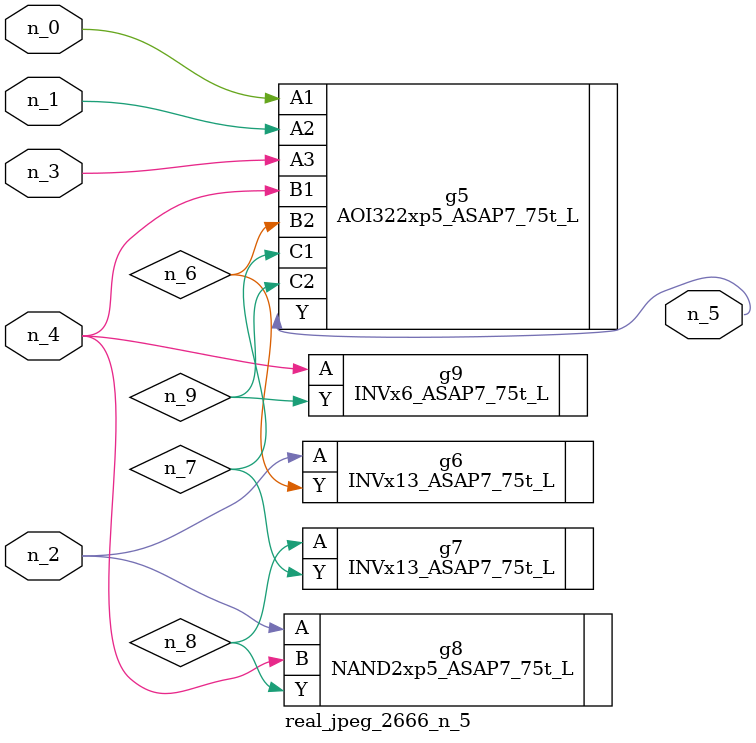
<source format=v>
module real_jpeg_2666_n_5 (n_4, n_0, n_1, n_2, n_3, n_5);

input n_4;
input n_0;
input n_1;
input n_2;
input n_3;

output n_5;

wire n_8;
wire n_6;
wire n_7;
wire n_9;

AOI322xp5_ASAP7_75t_L g5 ( 
.A1(n_0),
.A2(n_1),
.A3(n_3),
.B1(n_4),
.B2(n_6),
.C1(n_7),
.C2(n_9),
.Y(n_5)
);

INVx13_ASAP7_75t_L g6 ( 
.A(n_2),
.Y(n_6)
);

NAND2xp5_ASAP7_75t_L g8 ( 
.A(n_2),
.B(n_4),
.Y(n_8)
);

INVx6_ASAP7_75t_L g9 ( 
.A(n_4),
.Y(n_9)
);

INVx13_ASAP7_75t_L g7 ( 
.A(n_8),
.Y(n_7)
);


endmodule
</source>
